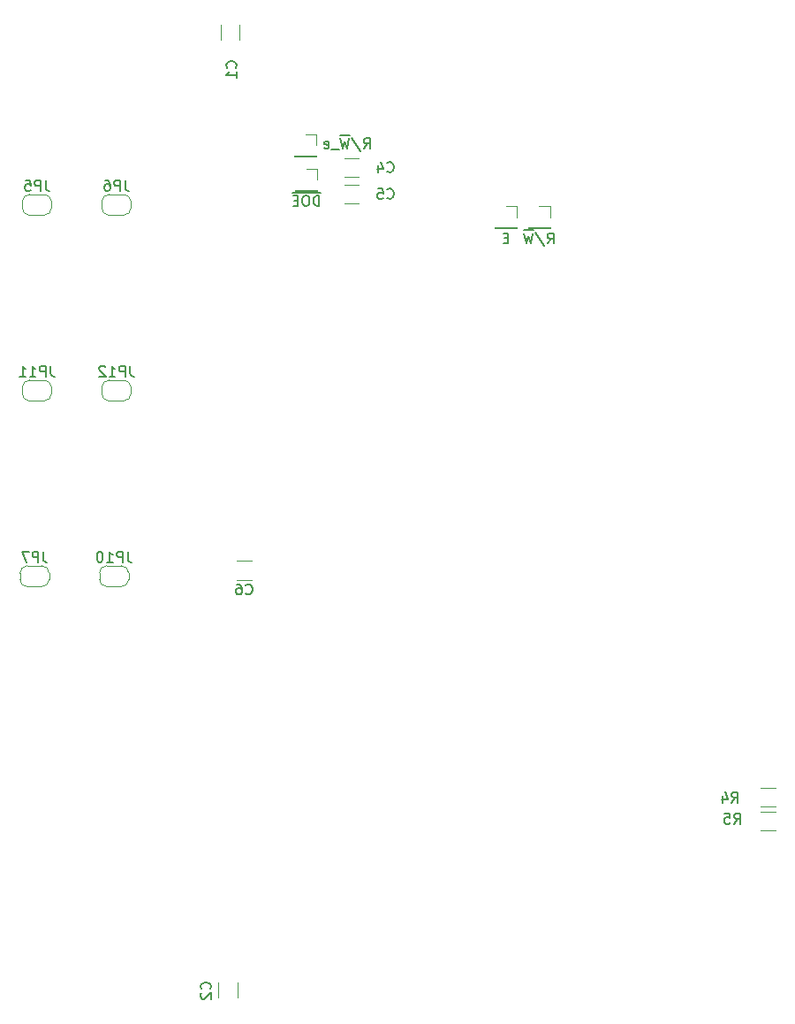
<source format=gbr>
%TF.GenerationSoftware,KiCad,Pcbnew,8.0.5-8.0.5-0~ubuntu22.04.1*%
%TF.CreationDate,2024-10-05T20:40:55+02:00*%
%TF.ProjectId,MOT_SerialBoard,4d4f545f-5365-4726-9961-6c426f617264,rev?*%
%TF.SameCoordinates,Original*%
%TF.FileFunction,Legend,Bot*%
%TF.FilePolarity,Positive*%
%FSLAX46Y46*%
G04 Gerber Fmt 4.6, Leading zero omitted, Abs format (unit mm)*
G04 Created by KiCad (PCBNEW 8.0.5-8.0.5-0~ubuntu22.04.1) date 2024-10-05 20:40:55*
%MOMM*%
%LPD*%
G01*
G04 APERTURE LIST*
%ADD10C,0.150000*%
%ADD11C,0.120000*%
G04 APERTURE END LIST*
D10*
X79399523Y-86046819D02*
X79399523Y-86761104D01*
X79399523Y-86761104D02*
X79447142Y-86903961D01*
X79447142Y-86903961D02*
X79542380Y-86999200D01*
X79542380Y-86999200D02*
X79685237Y-87046819D01*
X79685237Y-87046819D02*
X79780475Y-87046819D01*
X78923332Y-87046819D02*
X78923332Y-86046819D01*
X78923332Y-86046819D02*
X78542380Y-86046819D01*
X78542380Y-86046819D02*
X78447142Y-86094438D01*
X78447142Y-86094438D02*
X78399523Y-86142057D01*
X78399523Y-86142057D02*
X78351904Y-86237295D01*
X78351904Y-86237295D02*
X78351904Y-86380152D01*
X78351904Y-86380152D02*
X78399523Y-86475390D01*
X78399523Y-86475390D02*
X78447142Y-86523009D01*
X78447142Y-86523009D02*
X78542380Y-86570628D01*
X78542380Y-86570628D02*
X78923332Y-86570628D01*
X77399523Y-87046819D02*
X77970951Y-87046819D01*
X77685237Y-87046819D02*
X77685237Y-86046819D01*
X77685237Y-86046819D02*
X77780475Y-86189676D01*
X77780475Y-86189676D02*
X77875713Y-86284914D01*
X77875713Y-86284914D02*
X77970951Y-86332533D01*
X77018570Y-86142057D02*
X76970951Y-86094438D01*
X76970951Y-86094438D02*
X76875713Y-86046819D01*
X76875713Y-86046819D02*
X76637618Y-86046819D01*
X76637618Y-86046819D02*
X76542380Y-86094438D01*
X76542380Y-86094438D02*
X76494761Y-86142057D01*
X76494761Y-86142057D02*
X76447142Y-86237295D01*
X76447142Y-86237295D02*
X76447142Y-86332533D01*
X76447142Y-86332533D02*
X76494761Y-86475390D01*
X76494761Y-86475390D02*
X77066189Y-87046819D01*
X77066189Y-87046819D02*
X76447142Y-87046819D01*
X71779523Y-86046819D02*
X71779523Y-86761104D01*
X71779523Y-86761104D02*
X71827142Y-86903961D01*
X71827142Y-86903961D02*
X71922380Y-86999200D01*
X71922380Y-86999200D02*
X72065237Y-87046819D01*
X72065237Y-87046819D02*
X72160475Y-87046819D01*
X71303332Y-87046819D02*
X71303332Y-86046819D01*
X71303332Y-86046819D02*
X70922380Y-86046819D01*
X70922380Y-86046819D02*
X70827142Y-86094438D01*
X70827142Y-86094438D02*
X70779523Y-86142057D01*
X70779523Y-86142057D02*
X70731904Y-86237295D01*
X70731904Y-86237295D02*
X70731904Y-86380152D01*
X70731904Y-86380152D02*
X70779523Y-86475390D01*
X70779523Y-86475390D02*
X70827142Y-86523009D01*
X70827142Y-86523009D02*
X70922380Y-86570628D01*
X70922380Y-86570628D02*
X71303332Y-86570628D01*
X69779523Y-87046819D02*
X70350951Y-87046819D01*
X70065237Y-87046819D02*
X70065237Y-86046819D01*
X70065237Y-86046819D02*
X70160475Y-86189676D01*
X70160475Y-86189676D02*
X70255713Y-86284914D01*
X70255713Y-86284914D02*
X70350951Y-86332533D01*
X68827142Y-87046819D02*
X69398570Y-87046819D01*
X69112856Y-87046819D02*
X69112856Y-86046819D01*
X69112856Y-86046819D02*
X69208094Y-86189676D01*
X69208094Y-86189676D02*
X69303332Y-86284914D01*
X69303332Y-86284914D02*
X69398570Y-86332533D01*
X79175523Y-103820819D02*
X79175523Y-104535104D01*
X79175523Y-104535104D02*
X79223142Y-104677961D01*
X79223142Y-104677961D02*
X79318380Y-104773200D01*
X79318380Y-104773200D02*
X79461237Y-104820819D01*
X79461237Y-104820819D02*
X79556475Y-104820819D01*
X78699332Y-104820819D02*
X78699332Y-103820819D01*
X78699332Y-103820819D02*
X78318380Y-103820819D01*
X78318380Y-103820819D02*
X78223142Y-103868438D01*
X78223142Y-103868438D02*
X78175523Y-103916057D01*
X78175523Y-103916057D02*
X78127904Y-104011295D01*
X78127904Y-104011295D02*
X78127904Y-104154152D01*
X78127904Y-104154152D02*
X78175523Y-104249390D01*
X78175523Y-104249390D02*
X78223142Y-104297009D01*
X78223142Y-104297009D02*
X78318380Y-104344628D01*
X78318380Y-104344628D02*
X78699332Y-104344628D01*
X77175523Y-104820819D02*
X77746951Y-104820819D01*
X77461237Y-104820819D02*
X77461237Y-103820819D01*
X77461237Y-103820819D02*
X77556475Y-103963676D01*
X77556475Y-103963676D02*
X77651713Y-104058914D01*
X77651713Y-104058914D02*
X77746951Y-104106533D01*
X76556475Y-103820819D02*
X76461237Y-103820819D01*
X76461237Y-103820819D02*
X76365999Y-103868438D01*
X76365999Y-103868438D02*
X76318380Y-103916057D01*
X76318380Y-103916057D02*
X76270761Y-104011295D01*
X76270761Y-104011295D02*
X76223142Y-104201771D01*
X76223142Y-104201771D02*
X76223142Y-104439866D01*
X76223142Y-104439866D02*
X76270761Y-104630342D01*
X76270761Y-104630342D02*
X76318380Y-104725580D01*
X76318380Y-104725580D02*
X76365999Y-104773200D01*
X76365999Y-104773200D02*
X76461237Y-104820819D01*
X76461237Y-104820819D02*
X76556475Y-104820819D01*
X76556475Y-104820819D02*
X76651713Y-104773200D01*
X76651713Y-104773200D02*
X76699332Y-104725580D01*
X76699332Y-104725580D02*
X76746951Y-104630342D01*
X76746951Y-104630342D02*
X76794570Y-104439866D01*
X76794570Y-104439866D02*
X76794570Y-104201771D01*
X76794570Y-104201771D02*
X76746951Y-104011295D01*
X76746951Y-104011295D02*
X76699332Y-103916057D01*
X76699332Y-103916057D02*
X76651713Y-103868438D01*
X76651713Y-103868438D02*
X76556475Y-103820819D01*
X71079333Y-103826819D02*
X71079333Y-104541104D01*
X71079333Y-104541104D02*
X71126952Y-104683961D01*
X71126952Y-104683961D02*
X71222190Y-104779200D01*
X71222190Y-104779200D02*
X71365047Y-104826819D01*
X71365047Y-104826819D02*
X71460285Y-104826819D01*
X70603142Y-104826819D02*
X70603142Y-103826819D01*
X70603142Y-103826819D02*
X70222190Y-103826819D01*
X70222190Y-103826819D02*
X70126952Y-103874438D01*
X70126952Y-103874438D02*
X70079333Y-103922057D01*
X70079333Y-103922057D02*
X70031714Y-104017295D01*
X70031714Y-104017295D02*
X70031714Y-104160152D01*
X70031714Y-104160152D02*
X70079333Y-104255390D01*
X70079333Y-104255390D02*
X70126952Y-104303009D01*
X70126952Y-104303009D02*
X70222190Y-104350628D01*
X70222190Y-104350628D02*
X70603142Y-104350628D01*
X69698380Y-103826819D02*
X69031714Y-103826819D01*
X69031714Y-103826819D02*
X69460285Y-104826819D01*
X78923333Y-68266819D02*
X78923333Y-68981104D01*
X78923333Y-68981104D02*
X78970952Y-69123961D01*
X78970952Y-69123961D02*
X79066190Y-69219200D01*
X79066190Y-69219200D02*
X79209047Y-69266819D01*
X79209047Y-69266819D02*
X79304285Y-69266819D01*
X78447142Y-69266819D02*
X78447142Y-68266819D01*
X78447142Y-68266819D02*
X78066190Y-68266819D01*
X78066190Y-68266819D02*
X77970952Y-68314438D01*
X77970952Y-68314438D02*
X77923333Y-68362057D01*
X77923333Y-68362057D02*
X77875714Y-68457295D01*
X77875714Y-68457295D02*
X77875714Y-68600152D01*
X77875714Y-68600152D02*
X77923333Y-68695390D01*
X77923333Y-68695390D02*
X77970952Y-68743009D01*
X77970952Y-68743009D02*
X78066190Y-68790628D01*
X78066190Y-68790628D02*
X78447142Y-68790628D01*
X77018571Y-68266819D02*
X77209047Y-68266819D01*
X77209047Y-68266819D02*
X77304285Y-68314438D01*
X77304285Y-68314438D02*
X77351904Y-68362057D01*
X77351904Y-68362057D02*
X77447142Y-68504914D01*
X77447142Y-68504914D02*
X77494761Y-68695390D01*
X77494761Y-68695390D02*
X77494761Y-69076342D01*
X77494761Y-69076342D02*
X77447142Y-69171580D01*
X77447142Y-69171580D02*
X77399523Y-69219200D01*
X77399523Y-69219200D02*
X77304285Y-69266819D01*
X77304285Y-69266819D02*
X77113809Y-69266819D01*
X77113809Y-69266819D02*
X77018571Y-69219200D01*
X77018571Y-69219200D02*
X76970952Y-69171580D01*
X76970952Y-69171580D02*
X76923333Y-69076342D01*
X76923333Y-69076342D02*
X76923333Y-68838247D01*
X76923333Y-68838247D02*
X76970952Y-68743009D01*
X76970952Y-68743009D02*
X77018571Y-68695390D01*
X77018571Y-68695390D02*
X77113809Y-68647771D01*
X77113809Y-68647771D02*
X77304285Y-68647771D01*
X77304285Y-68647771D02*
X77399523Y-68695390D01*
X77399523Y-68695390D02*
X77447142Y-68743009D01*
X77447142Y-68743009D02*
X77494761Y-68838247D01*
X71303333Y-68266819D02*
X71303333Y-68981104D01*
X71303333Y-68981104D02*
X71350952Y-69123961D01*
X71350952Y-69123961D02*
X71446190Y-69219200D01*
X71446190Y-69219200D02*
X71589047Y-69266819D01*
X71589047Y-69266819D02*
X71684285Y-69266819D01*
X70827142Y-69266819D02*
X70827142Y-68266819D01*
X70827142Y-68266819D02*
X70446190Y-68266819D01*
X70446190Y-68266819D02*
X70350952Y-68314438D01*
X70350952Y-68314438D02*
X70303333Y-68362057D01*
X70303333Y-68362057D02*
X70255714Y-68457295D01*
X70255714Y-68457295D02*
X70255714Y-68600152D01*
X70255714Y-68600152D02*
X70303333Y-68695390D01*
X70303333Y-68695390D02*
X70350952Y-68743009D01*
X70350952Y-68743009D02*
X70446190Y-68790628D01*
X70446190Y-68790628D02*
X70827142Y-68790628D01*
X69350952Y-68266819D02*
X69827142Y-68266819D01*
X69827142Y-68266819D02*
X69874761Y-68743009D01*
X69874761Y-68743009D02*
X69827142Y-68695390D01*
X69827142Y-68695390D02*
X69731904Y-68647771D01*
X69731904Y-68647771D02*
X69493809Y-68647771D01*
X69493809Y-68647771D02*
X69398571Y-68695390D01*
X69398571Y-68695390D02*
X69350952Y-68743009D01*
X69350952Y-68743009D02*
X69303333Y-68838247D01*
X69303333Y-68838247D02*
X69303333Y-69076342D01*
X69303333Y-69076342D02*
X69350952Y-69171580D01*
X69350952Y-69171580D02*
X69398571Y-69219200D01*
X69398571Y-69219200D02*
X69493809Y-69266819D01*
X69493809Y-69266819D02*
X69731904Y-69266819D01*
X69731904Y-69266819D02*
X69827142Y-69219200D01*
X69827142Y-69219200D02*
X69874761Y-69171580D01*
X97538094Y-70714819D02*
X97538094Y-69714819D01*
X97538094Y-69714819D02*
X97299999Y-69714819D01*
X97299999Y-69714819D02*
X97157142Y-69762438D01*
X97157142Y-69762438D02*
X97061904Y-69857676D01*
X97061904Y-69857676D02*
X97014285Y-69952914D01*
X97014285Y-69952914D02*
X96966666Y-70143390D01*
X96966666Y-70143390D02*
X96966666Y-70286247D01*
X96966666Y-70286247D02*
X97014285Y-70476723D01*
X97014285Y-70476723D02*
X97061904Y-70571961D01*
X97061904Y-70571961D02*
X97157142Y-70667200D01*
X97157142Y-70667200D02*
X97299999Y-70714819D01*
X97299999Y-70714819D02*
X97538094Y-70714819D01*
X96347618Y-69714819D02*
X96157142Y-69714819D01*
X96157142Y-69714819D02*
X96061904Y-69762438D01*
X96061904Y-69762438D02*
X95966666Y-69857676D01*
X95966666Y-69857676D02*
X95919047Y-70048152D01*
X95919047Y-70048152D02*
X95919047Y-70381485D01*
X95919047Y-70381485D02*
X95966666Y-70571961D01*
X95966666Y-70571961D02*
X96061904Y-70667200D01*
X96061904Y-70667200D02*
X96157142Y-70714819D01*
X96157142Y-70714819D02*
X96347618Y-70714819D01*
X96347618Y-70714819D02*
X96442856Y-70667200D01*
X96442856Y-70667200D02*
X96538094Y-70571961D01*
X96538094Y-70571961D02*
X96585713Y-70381485D01*
X96585713Y-70381485D02*
X96585713Y-70048152D01*
X96585713Y-70048152D02*
X96538094Y-69857676D01*
X96538094Y-69857676D02*
X96442856Y-69762438D01*
X96442856Y-69762438D02*
X96347618Y-69714819D01*
X95490475Y-70191009D02*
X95157142Y-70191009D01*
X95014285Y-70714819D02*
X95490475Y-70714819D01*
X95490475Y-70714819D02*
X95490475Y-69714819D01*
X95490475Y-69714819D02*
X95014285Y-69714819D01*
X97676190Y-69437200D02*
X94923809Y-69437200D01*
X101798238Y-65224819D02*
X102131571Y-64748628D01*
X102369666Y-65224819D02*
X102369666Y-64224819D01*
X102369666Y-64224819D02*
X101988714Y-64224819D01*
X101988714Y-64224819D02*
X101893476Y-64272438D01*
X101893476Y-64272438D02*
X101845857Y-64320057D01*
X101845857Y-64320057D02*
X101798238Y-64415295D01*
X101798238Y-64415295D02*
X101798238Y-64558152D01*
X101798238Y-64558152D02*
X101845857Y-64653390D01*
X101845857Y-64653390D02*
X101893476Y-64701009D01*
X101893476Y-64701009D02*
X101988714Y-64748628D01*
X101988714Y-64748628D02*
X102369666Y-64748628D01*
X100655381Y-64177200D02*
X101512523Y-65462914D01*
X100417285Y-64224819D02*
X100179190Y-65224819D01*
X100179190Y-65224819D02*
X99988714Y-64510533D01*
X99988714Y-64510533D02*
X99798238Y-65224819D01*
X99798238Y-65224819D02*
X99560143Y-64224819D01*
X100460143Y-63947200D02*
X99517286Y-63947200D01*
X99417286Y-65320057D02*
X98655381Y-65320057D01*
X98036333Y-65177200D02*
X98131571Y-65224819D01*
X98131571Y-65224819D02*
X98322047Y-65224819D01*
X98322047Y-65224819D02*
X98417285Y-65177200D01*
X98417285Y-65177200D02*
X98464904Y-65081961D01*
X98464904Y-65081961D02*
X98464904Y-64701009D01*
X98464904Y-64701009D02*
X98417285Y-64605771D01*
X98417285Y-64605771D02*
X98322047Y-64558152D01*
X98322047Y-64558152D02*
X98131571Y-64558152D01*
X98131571Y-64558152D02*
X98036333Y-64605771D01*
X98036333Y-64605771D02*
X97988714Y-64701009D01*
X97988714Y-64701009D02*
X97988714Y-64796247D01*
X97988714Y-64796247D02*
X98464904Y-64891485D01*
X87076780Y-145684533D02*
X87124400Y-145636914D01*
X87124400Y-145636914D02*
X87172019Y-145494057D01*
X87172019Y-145494057D02*
X87172019Y-145398819D01*
X87172019Y-145398819D02*
X87124400Y-145255962D01*
X87124400Y-145255962D02*
X87029161Y-145160724D01*
X87029161Y-145160724D02*
X86933923Y-145113105D01*
X86933923Y-145113105D02*
X86743447Y-145065486D01*
X86743447Y-145065486D02*
X86600590Y-145065486D01*
X86600590Y-145065486D02*
X86410114Y-145113105D01*
X86410114Y-145113105D02*
X86314876Y-145160724D01*
X86314876Y-145160724D02*
X86219638Y-145255962D01*
X86219638Y-145255962D02*
X86172019Y-145398819D01*
X86172019Y-145398819D02*
X86172019Y-145494057D01*
X86172019Y-145494057D02*
X86219638Y-145636914D01*
X86219638Y-145636914D02*
X86267257Y-145684533D01*
X86267257Y-146065486D02*
X86219638Y-146113105D01*
X86219638Y-146113105D02*
X86172019Y-146208343D01*
X86172019Y-146208343D02*
X86172019Y-146446438D01*
X86172019Y-146446438D02*
X86219638Y-146541676D01*
X86219638Y-146541676D02*
X86267257Y-146589295D01*
X86267257Y-146589295D02*
X86362495Y-146636914D01*
X86362495Y-146636914D02*
X86457733Y-146636914D01*
X86457733Y-146636914D02*
X86600590Y-146589295D01*
X86600590Y-146589295D02*
X87172019Y-146017867D01*
X87172019Y-146017867D02*
X87172019Y-146636914D01*
X115639285Y-73791009D02*
X115305952Y-73791009D01*
X115163095Y-74314819D02*
X115639285Y-74314819D01*
X115639285Y-74314819D02*
X115639285Y-73314819D01*
X115639285Y-73314819D02*
X115163095Y-73314819D01*
X137066666Y-127839819D02*
X137399999Y-127363628D01*
X137638094Y-127839819D02*
X137638094Y-126839819D01*
X137638094Y-126839819D02*
X137257142Y-126839819D01*
X137257142Y-126839819D02*
X137161904Y-126887438D01*
X137161904Y-126887438D02*
X137114285Y-126935057D01*
X137114285Y-126935057D02*
X137066666Y-127030295D01*
X137066666Y-127030295D02*
X137066666Y-127173152D01*
X137066666Y-127173152D02*
X137114285Y-127268390D01*
X137114285Y-127268390D02*
X137161904Y-127316009D01*
X137161904Y-127316009D02*
X137257142Y-127363628D01*
X137257142Y-127363628D02*
X137638094Y-127363628D01*
X136209523Y-127173152D02*
X136209523Y-127839819D01*
X136447618Y-126792200D02*
X136685713Y-127506485D01*
X136685713Y-127506485D02*
X136066666Y-127506485D01*
X104052666Y-69955580D02*
X104100285Y-70003200D01*
X104100285Y-70003200D02*
X104243142Y-70050819D01*
X104243142Y-70050819D02*
X104338380Y-70050819D01*
X104338380Y-70050819D02*
X104481237Y-70003200D01*
X104481237Y-70003200D02*
X104576475Y-69907961D01*
X104576475Y-69907961D02*
X104624094Y-69812723D01*
X104624094Y-69812723D02*
X104671713Y-69622247D01*
X104671713Y-69622247D02*
X104671713Y-69479390D01*
X104671713Y-69479390D02*
X104624094Y-69288914D01*
X104624094Y-69288914D02*
X104576475Y-69193676D01*
X104576475Y-69193676D02*
X104481237Y-69098438D01*
X104481237Y-69098438D02*
X104338380Y-69050819D01*
X104338380Y-69050819D02*
X104243142Y-69050819D01*
X104243142Y-69050819D02*
X104100285Y-69098438D01*
X104100285Y-69098438D02*
X104052666Y-69146057D01*
X103147904Y-69050819D02*
X103624094Y-69050819D01*
X103624094Y-69050819D02*
X103671713Y-69527009D01*
X103671713Y-69527009D02*
X103624094Y-69479390D01*
X103624094Y-69479390D02*
X103528856Y-69431771D01*
X103528856Y-69431771D02*
X103290761Y-69431771D01*
X103290761Y-69431771D02*
X103195523Y-69479390D01*
X103195523Y-69479390D02*
X103147904Y-69527009D01*
X103147904Y-69527009D02*
X103100285Y-69622247D01*
X103100285Y-69622247D02*
X103100285Y-69860342D01*
X103100285Y-69860342D02*
X103147904Y-69955580D01*
X103147904Y-69955580D02*
X103195523Y-70003200D01*
X103195523Y-70003200D02*
X103290761Y-70050819D01*
X103290761Y-70050819D02*
X103528856Y-70050819D01*
X103528856Y-70050819D02*
X103624094Y-70003200D01*
X103624094Y-70003200D02*
X103671713Y-69955580D01*
X119410714Y-74314819D02*
X119744047Y-73838628D01*
X119982142Y-74314819D02*
X119982142Y-73314819D01*
X119982142Y-73314819D02*
X119601190Y-73314819D01*
X119601190Y-73314819D02*
X119505952Y-73362438D01*
X119505952Y-73362438D02*
X119458333Y-73410057D01*
X119458333Y-73410057D02*
X119410714Y-73505295D01*
X119410714Y-73505295D02*
X119410714Y-73648152D01*
X119410714Y-73648152D02*
X119458333Y-73743390D01*
X119458333Y-73743390D02*
X119505952Y-73791009D01*
X119505952Y-73791009D02*
X119601190Y-73838628D01*
X119601190Y-73838628D02*
X119982142Y-73838628D01*
X118267857Y-73267200D02*
X119124999Y-74552914D01*
X118029761Y-73314819D02*
X117791666Y-74314819D01*
X117791666Y-74314819D02*
X117601190Y-73600533D01*
X117601190Y-73600533D02*
X117410714Y-74314819D01*
X117410714Y-74314819D02*
X117172619Y-73314819D01*
X118072619Y-73037200D02*
X117129762Y-73037200D01*
X137291666Y-129879819D02*
X137624999Y-129403628D01*
X137863094Y-129879819D02*
X137863094Y-128879819D01*
X137863094Y-128879819D02*
X137482142Y-128879819D01*
X137482142Y-128879819D02*
X137386904Y-128927438D01*
X137386904Y-128927438D02*
X137339285Y-128975057D01*
X137339285Y-128975057D02*
X137291666Y-129070295D01*
X137291666Y-129070295D02*
X137291666Y-129213152D01*
X137291666Y-129213152D02*
X137339285Y-129308390D01*
X137339285Y-129308390D02*
X137386904Y-129356009D01*
X137386904Y-129356009D02*
X137482142Y-129403628D01*
X137482142Y-129403628D02*
X137863094Y-129403628D01*
X136386904Y-128879819D02*
X136863094Y-128879819D01*
X136863094Y-128879819D02*
X136910713Y-129356009D01*
X136910713Y-129356009D02*
X136863094Y-129308390D01*
X136863094Y-129308390D02*
X136767856Y-129260771D01*
X136767856Y-129260771D02*
X136529761Y-129260771D01*
X136529761Y-129260771D02*
X136434523Y-129308390D01*
X136434523Y-129308390D02*
X136386904Y-129356009D01*
X136386904Y-129356009D02*
X136339285Y-129451247D01*
X136339285Y-129451247D02*
X136339285Y-129689342D01*
X136339285Y-129689342D02*
X136386904Y-129784580D01*
X136386904Y-129784580D02*
X136434523Y-129832200D01*
X136434523Y-129832200D02*
X136529761Y-129879819D01*
X136529761Y-129879819D02*
X136767856Y-129879819D01*
X136767856Y-129879819D02*
X136863094Y-129832200D01*
X136863094Y-129832200D02*
X136910713Y-129784580D01*
X89513580Y-57491333D02*
X89561200Y-57443714D01*
X89561200Y-57443714D02*
X89608819Y-57300857D01*
X89608819Y-57300857D02*
X89608819Y-57205619D01*
X89608819Y-57205619D02*
X89561200Y-57062762D01*
X89561200Y-57062762D02*
X89465961Y-56967524D01*
X89465961Y-56967524D02*
X89370723Y-56919905D01*
X89370723Y-56919905D02*
X89180247Y-56872286D01*
X89180247Y-56872286D02*
X89037390Y-56872286D01*
X89037390Y-56872286D02*
X88846914Y-56919905D01*
X88846914Y-56919905D02*
X88751676Y-56967524D01*
X88751676Y-56967524D02*
X88656438Y-57062762D01*
X88656438Y-57062762D02*
X88608819Y-57205619D01*
X88608819Y-57205619D02*
X88608819Y-57300857D01*
X88608819Y-57300857D02*
X88656438Y-57443714D01*
X88656438Y-57443714D02*
X88704057Y-57491333D01*
X89608819Y-58443714D02*
X89608819Y-57872286D01*
X89608819Y-58158000D02*
X88608819Y-58158000D01*
X88608819Y-58158000D02*
X88751676Y-58062762D01*
X88751676Y-58062762D02*
X88846914Y-57967524D01*
X88846914Y-57967524D02*
X88894533Y-57872286D01*
X90491666Y-107834580D02*
X90539285Y-107882200D01*
X90539285Y-107882200D02*
X90682142Y-107929819D01*
X90682142Y-107929819D02*
X90777380Y-107929819D01*
X90777380Y-107929819D02*
X90920237Y-107882200D01*
X90920237Y-107882200D02*
X91015475Y-107786961D01*
X91015475Y-107786961D02*
X91063094Y-107691723D01*
X91063094Y-107691723D02*
X91110713Y-107501247D01*
X91110713Y-107501247D02*
X91110713Y-107358390D01*
X91110713Y-107358390D02*
X91063094Y-107167914D01*
X91063094Y-107167914D02*
X91015475Y-107072676D01*
X91015475Y-107072676D02*
X90920237Y-106977438D01*
X90920237Y-106977438D02*
X90777380Y-106929819D01*
X90777380Y-106929819D02*
X90682142Y-106929819D01*
X90682142Y-106929819D02*
X90539285Y-106977438D01*
X90539285Y-106977438D02*
X90491666Y-107025057D01*
X89634523Y-106929819D02*
X89824999Y-106929819D01*
X89824999Y-106929819D02*
X89920237Y-106977438D01*
X89920237Y-106977438D02*
X89967856Y-107025057D01*
X89967856Y-107025057D02*
X90063094Y-107167914D01*
X90063094Y-107167914D02*
X90110713Y-107358390D01*
X90110713Y-107358390D02*
X90110713Y-107739342D01*
X90110713Y-107739342D02*
X90063094Y-107834580D01*
X90063094Y-107834580D02*
X90015475Y-107882200D01*
X90015475Y-107882200D02*
X89920237Y-107929819D01*
X89920237Y-107929819D02*
X89729761Y-107929819D01*
X89729761Y-107929819D02*
X89634523Y-107882200D01*
X89634523Y-107882200D02*
X89586904Y-107834580D01*
X89586904Y-107834580D02*
X89539285Y-107739342D01*
X89539285Y-107739342D02*
X89539285Y-107501247D01*
X89539285Y-107501247D02*
X89586904Y-107406009D01*
X89586904Y-107406009D02*
X89634523Y-107358390D01*
X89634523Y-107358390D02*
X89729761Y-107310771D01*
X89729761Y-107310771D02*
X89920237Y-107310771D01*
X89920237Y-107310771D02*
X90015475Y-107358390D01*
X90015475Y-107358390D02*
X90063094Y-107406009D01*
X90063094Y-107406009D02*
X90110713Y-107501247D01*
X104052666Y-67415580D02*
X104100285Y-67463200D01*
X104100285Y-67463200D02*
X104243142Y-67510819D01*
X104243142Y-67510819D02*
X104338380Y-67510819D01*
X104338380Y-67510819D02*
X104481237Y-67463200D01*
X104481237Y-67463200D02*
X104576475Y-67367961D01*
X104576475Y-67367961D02*
X104624094Y-67272723D01*
X104624094Y-67272723D02*
X104671713Y-67082247D01*
X104671713Y-67082247D02*
X104671713Y-66939390D01*
X104671713Y-66939390D02*
X104624094Y-66748914D01*
X104624094Y-66748914D02*
X104576475Y-66653676D01*
X104576475Y-66653676D02*
X104481237Y-66558438D01*
X104481237Y-66558438D02*
X104338380Y-66510819D01*
X104338380Y-66510819D02*
X104243142Y-66510819D01*
X104243142Y-66510819D02*
X104100285Y-66558438D01*
X104100285Y-66558438D02*
X104052666Y-66606057D01*
X103195523Y-66844152D02*
X103195523Y-67510819D01*
X103433618Y-66463200D02*
X103671713Y-67177485D01*
X103671713Y-67177485D02*
X103052666Y-67177485D01*
D11*
%TO.C,JP12*%
X79490000Y-88092000D02*
X79490000Y-88692000D01*
X77390000Y-87392000D02*
X78790000Y-87392000D01*
X78790000Y-89392000D02*
X77390000Y-89392000D01*
X76690000Y-88692000D02*
X76690000Y-88092000D01*
X78790000Y-87392000D02*
G75*
G02*
X79490000Y-88092000I1J-699999D01*
G01*
X79490000Y-88692000D02*
G75*
G02*
X78790000Y-89392000I-699999J-1D01*
G01*
X76690000Y-88092000D02*
G75*
G02*
X77390000Y-87392000I700000J0D01*
G01*
X77390000Y-89392000D02*
G75*
G02*
X76690000Y-88692000I0J700000D01*
G01*
%TO.C,JP11*%
X71870000Y-88092000D02*
X71870000Y-88692000D01*
X69770000Y-87392000D02*
X71170000Y-87392000D01*
X71170000Y-89392000D02*
X69770000Y-89392000D01*
X69070000Y-88692000D02*
X69070000Y-88092000D01*
X71170000Y-87392000D02*
G75*
G02*
X71870000Y-88092000I1J-699999D01*
G01*
X71870000Y-88692000D02*
G75*
G02*
X71170000Y-89392000I-699999J-1D01*
G01*
X69070000Y-88092000D02*
G75*
G02*
X69770000Y-87392000I700000J0D01*
G01*
X69770000Y-89392000D02*
G75*
G02*
X69070000Y-88692000I0J700000D01*
G01*
%TO.C,JP10*%
X77166000Y-107166000D02*
G75*
G02*
X76466000Y-106466000I0J700000D01*
G01*
X76466000Y-105866000D02*
G75*
G02*
X77166000Y-105166000I700000J0D01*
G01*
X79266000Y-106466000D02*
G75*
G02*
X78566000Y-107166000I-699999J-1D01*
G01*
X78566000Y-105166000D02*
G75*
G02*
X79266000Y-105866000I1J-699999D01*
G01*
X76466000Y-106466000D02*
X76466000Y-105866000D01*
X78566000Y-107166000D02*
X77166000Y-107166000D01*
X77166000Y-105166000D02*
X78566000Y-105166000D01*
X79266000Y-105866000D02*
X79266000Y-106466000D01*
%TO.C,JP7*%
X69546000Y-107172000D02*
G75*
G02*
X68846000Y-106472000I0J700000D01*
G01*
X68846000Y-105872000D02*
G75*
G02*
X69546000Y-105172000I700000J0D01*
G01*
X71646000Y-106472000D02*
G75*
G02*
X70946000Y-107172000I-699999J-1D01*
G01*
X70946000Y-105172000D02*
G75*
G02*
X71646000Y-105872000I1J-699999D01*
G01*
X68846000Y-106472000D02*
X68846000Y-105872000D01*
X70946000Y-107172000D02*
X69546000Y-107172000D01*
X69546000Y-105172000D02*
X70946000Y-105172000D01*
X71646000Y-105872000D02*
X71646000Y-106472000D01*
%TO.C,JP6*%
X79490000Y-70312000D02*
X79490000Y-70912000D01*
X77390000Y-69612000D02*
X78790000Y-69612000D01*
X78790000Y-71612000D02*
X77390000Y-71612000D01*
X76690000Y-70912000D02*
X76690000Y-70312000D01*
X78790000Y-69612000D02*
G75*
G02*
X79490000Y-70312000I1J-699999D01*
G01*
X79490000Y-70912000D02*
G75*
G02*
X78790000Y-71612000I-699999J-1D01*
G01*
X76690000Y-70312000D02*
G75*
G02*
X77390000Y-69612000I700000J0D01*
G01*
X77390000Y-71612000D02*
G75*
G02*
X76690000Y-70912000I0J700000D01*
G01*
%TO.C,JP5*%
X71870000Y-70312000D02*
X71870000Y-70912000D01*
X69770000Y-69612000D02*
X71170000Y-69612000D01*
X71170000Y-71612000D02*
X69770000Y-71612000D01*
X69070000Y-70912000D02*
X69070000Y-70312000D01*
X71170000Y-69612000D02*
G75*
G02*
X71870000Y-70312000I1J-699999D01*
G01*
X71870000Y-70912000D02*
G75*
G02*
X71170000Y-71612000I-699999J-1D01*
G01*
X69070000Y-70312000D02*
G75*
G02*
X69770000Y-69612000I700000J0D01*
G01*
X69770000Y-71612000D02*
G75*
G02*
X69070000Y-70912000I0J700000D01*
G01*
%TO.C,J10*%
X96300000Y-67140000D02*
X97360000Y-67140000D01*
X97360000Y-67140000D02*
X97360000Y-68200000D01*
X97360000Y-69260000D02*
X97360000Y-69200000D01*
X95240000Y-69200000D02*
X97360000Y-69200000D01*
X95240000Y-69260000D02*
X97360000Y-69260000D01*
X95240000Y-69260000D02*
X95240000Y-69200000D01*
%TO.C,J5*%
X96225000Y-63865000D02*
X97285000Y-63865000D01*
X97285000Y-63865000D02*
X97285000Y-64925000D01*
X97285000Y-65985000D02*
X97285000Y-65925000D01*
X95165000Y-65925000D02*
X97285000Y-65925000D01*
X95165000Y-65985000D02*
X97285000Y-65985000D01*
X95165000Y-65985000D02*
X95165000Y-65925000D01*
%TO.C,C2*%
X87890000Y-146486252D02*
X87890000Y-145063748D01*
X89710000Y-146486252D02*
X89710000Y-145063748D01*
%TO.C,J8*%
X114365000Y-72800000D02*
X116485000Y-72800000D01*
X114365000Y-72860000D02*
X114365000Y-72800000D01*
X114365000Y-72860000D02*
X116485000Y-72860000D01*
X115425000Y-70740000D02*
X116485000Y-70740000D01*
X116485000Y-70740000D02*
X116485000Y-71800000D01*
X116485000Y-72860000D02*
X116485000Y-72800000D01*
%TO.C,R4*%
X141302064Y-126415000D02*
X139847936Y-126415000D01*
X141302064Y-128235000D02*
X139847936Y-128235000D01*
%TO.C,C5*%
X101344252Y-68686000D02*
X99921748Y-68686000D01*
X101344252Y-70506000D02*
X99921748Y-70506000D01*
%TO.C,J9*%
X117565000Y-72800000D02*
X119685000Y-72800000D01*
X117565000Y-72860000D02*
X117565000Y-72800000D01*
X117565000Y-72860000D02*
X119685000Y-72860000D01*
X118625000Y-70740000D02*
X119685000Y-70740000D01*
X119685000Y-70740000D02*
X119685000Y-71800000D01*
X119685000Y-72860000D02*
X119685000Y-72800000D01*
%TO.C,R5*%
X141277064Y-128715000D02*
X139822936Y-128715000D01*
X141277064Y-130535000D02*
X139822936Y-130535000D01*
%TO.C,C1*%
X88090000Y-53413748D02*
X88090000Y-54836252D01*
X89910000Y-53413748D02*
X89910000Y-54836252D01*
%TO.C,C6*%
X91036252Y-104715000D02*
X89613748Y-104715000D01*
X91036252Y-106535000D02*
X89613748Y-106535000D01*
%TO.C,C4*%
X101344252Y-66146000D02*
X99921748Y-66146000D01*
X101344252Y-67966000D02*
X99921748Y-67966000D01*
%TD*%
M02*

</source>
